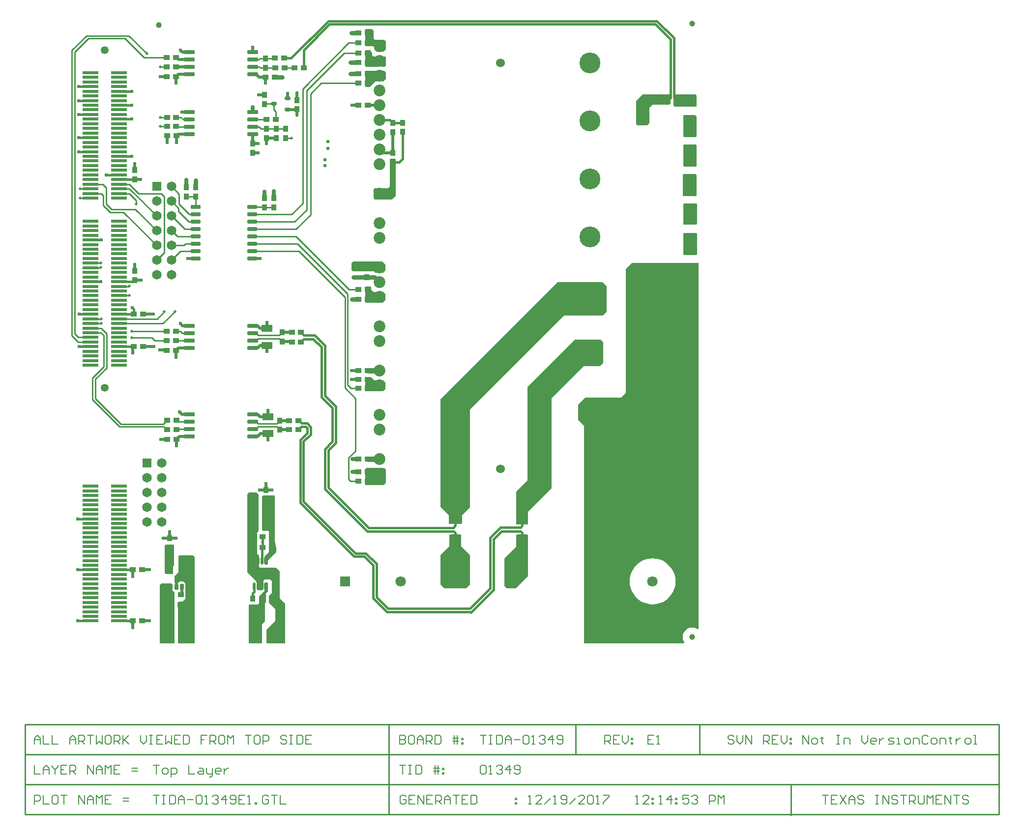
<source format=gtl>
G04 Layer_Physical_Order=1*
G04 Layer_Color=255*
%FSAX25Y25*%
%MOIN*%
G70*
G01*
G75*
%ADD10R,0.07283X0.05118*%
%ADD11R,0.03937X0.03740*%
G04:AMPARAMS|DCode=12|XSize=62.99mil|YSize=78.74mil|CornerRadius=1.89mil|HoleSize=0mil|Usage=FLASHONLY|Rotation=270.000|XOffset=0mil|YOffset=0mil|HoleType=Round|Shape=RoundedRectangle|*
%AMROUNDEDRECTD12*
21,1,0.06299,0.07496,0,0,270.0*
21,1,0.05921,0.07874,0,0,270.0*
1,1,0.00378,-0.03748,-0.02961*
1,1,0.00378,-0.03748,0.02961*
1,1,0.00378,0.03748,0.02961*
1,1,0.00378,0.03748,-0.02961*
%
%ADD12ROUNDEDRECTD12*%
%ADD13R,0.03740X0.03937*%
G04:AMPARAMS|DCode=14|XSize=23.62mil|YSize=39.37mil|CornerRadius=5.91mil|HoleSize=0mil|Usage=FLASHONLY|Rotation=270.000|XOffset=0mil|YOffset=0mil|HoleType=Round|Shape=RoundedRectangle|*
%AMROUNDEDRECTD14*
21,1,0.02362,0.02756,0,0,270.0*
21,1,0.01181,0.03937,0,0,270.0*
1,1,0.01181,-0.01378,-0.00591*
1,1,0.01181,-0.01378,0.00591*
1,1,0.01181,0.01378,0.00591*
1,1,0.01181,0.01378,-0.00591*
%
%ADD14ROUNDEDRECTD14*%
%ADD15R,0.05000X0.06300*%
G04:AMPARAMS|DCode=16|XSize=17.72mil|YSize=53.15mil|CornerRadius=8.86mil|HoleSize=0mil|Usage=FLASHONLY|Rotation=0.000|XOffset=0mil|YOffset=0mil|HoleType=Round|Shape=RoundedRectangle|*
%AMROUNDEDRECTD16*
21,1,0.01772,0.03543,0,0,0.0*
21,1,0.00000,0.05315,0,0,0.0*
1,1,0.01772,0.00000,-0.01772*
1,1,0.01772,0.00000,-0.01772*
1,1,0.01772,0.00000,0.01772*
1,1,0.01772,0.00000,0.01772*
%
%ADD16ROUNDEDRECTD16*%
G04:AMPARAMS|DCode=17|XSize=74.02mil|YSize=77.95mil|CornerRadius=1.85mil|HoleSize=0mil|Usage=FLASHONLY|Rotation=270.000|XOffset=0mil|YOffset=0mil|HoleType=Round|Shape=RoundedRectangle|*
%AMROUNDEDRECTD17*
21,1,0.07402,0.07425,0,0,270.0*
21,1,0.07032,0.07795,0,0,270.0*
1,1,0.00370,-0.03713,-0.03516*
1,1,0.00370,-0.03713,0.03516*
1,1,0.00370,0.03713,0.03516*
1,1,0.00370,0.03713,-0.03516*
%
%ADD17ROUNDEDRECTD17*%
%ADD18R,0.04331X0.09842*%
G04:AMPARAMS|DCode=19|XSize=23.62mil|YSize=39.37mil|CornerRadius=2.01mil|HoleSize=0mil|Usage=FLASHONLY|Rotation=180.000|XOffset=0mil|YOffset=0mil|HoleType=Round|Shape=RoundedRectangle|*
%AMROUNDEDRECTD19*
21,1,0.02362,0.03535,0,0,180.0*
21,1,0.01961,0.03937,0,0,180.0*
1,1,0.00402,-0.00980,0.01768*
1,1,0.00402,0.00980,0.01768*
1,1,0.00402,0.00980,-0.01768*
1,1,0.00402,-0.00980,-0.01768*
%
%ADD19ROUNDEDRECTD19*%
G04:AMPARAMS|DCode=20|XSize=23.62mil|YSize=70.87mil|CornerRadius=2.01mil|HoleSize=0mil|Usage=FLASHONLY|Rotation=270.000|XOffset=0mil|YOffset=0mil|HoleType=Round|Shape=RoundedRectangle|*
%AMROUNDEDRECTD20*
21,1,0.02362,0.06685,0,0,270.0*
21,1,0.01961,0.07087,0,0,270.0*
1,1,0.00402,-0.03342,-0.00980*
1,1,0.00402,-0.03342,0.00980*
1,1,0.00402,0.03342,0.00980*
1,1,0.00402,0.03342,-0.00980*
%
%ADD20ROUNDEDRECTD20*%
G04:AMPARAMS|DCode=21|XSize=23.62mil|YSize=64.96mil|CornerRadius=2.01mil|HoleSize=0mil|Usage=FLASHONLY|Rotation=90.000|XOffset=0mil|YOffset=0mil|HoleType=Round|Shape=RoundedRectangle|*
%AMROUNDEDRECTD21*
21,1,0.02362,0.06094,0,0,90.0*
21,1,0.01961,0.06496,0,0,90.0*
1,1,0.00402,0.03047,0.00980*
1,1,0.00402,0.03047,-0.00980*
1,1,0.00402,-0.03047,-0.00980*
1,1,0.00402,-0.03047,0.00980*
%
%ADD21ROUNDEDRECTD21*%
%ADD22R,0.10724X0.01968*%
%ADD23C,0.03937*%
%ADD24C,0.01000*%
%ADD25C,0.02000*%
%ADD26C,0.01500*%
%ADD27C,0.02500*%
%ADD28C,0.03000*%
%ADD29C,0.01800*%
%ADD30C,0.03500*%
%ADD31C,0.00800*%
%ADD32R,0.07087X0.07087*%
%ADD33C,0.07087*%
G04:AMPARAMS|DCode=34|XSize=79.72mil|YSize=79.72mil|CornerRadius=19.93mil|HoleSize=0mil|Usage=FLASHONLY|Rotation=0.000|XOffset=0mil|YOffset=0mil|HoleType=Round|Shape=RoundedRectangle|*
%AMROUNDEDRECTD34*
21,1,0.07972,0.03986,0,0,0.0*
21,1,0.03986,0.07972,0,0,0.0*
1,1,0.03986,0.01993,-0.01993*
1,1,0.03986,-0.01993,-0.01993*
1,1,0.03986,-0.01993,0.01993*
1,1,0.03986,0.01993,0.01993*
%
%ADD34ROUNDEDRECTD34*%
%ADD35C,0.07972*%
%ADD36C,0.14173*%
%ADD37C,0.06102*%
%ADD38R,0.06102X0.06102*%
%ADD39R,0.06496X0.06496*%
%ADD40C,0.06496*%
%ADD41C,0.00100*%
%ADD42C,0.05307*%
%ADD43C,0.06000*%
%ADD44C,0.01968*%
%ADD45C,0.02400*%
%ADD46C,0.02000*%
G36*
X0431830Y0360369D02*
Y0346169D01*
X0429630Y0343969D01*
X0418469Y0343969D01*
X0396930Y0322430D01*
X0396930Y0261269D01*
X0381130Y0245469D01*
X0381130Y0236969D01*
X0381030Y0236869D01*
X0373130Y0236869D01*
X0372830Y0237169D01*
Y0258969D01*
X0380630Y0266769D01*
X0380630Y0329830D01*
X0412769Y0361969D01*
X0430230D01*
X0431830Y0360369D01*
D02*
G37*
G36*
X0209411Y0256189D02*
Y0225699D01*
X0209568Y0223698D01*
X0210036Y0221747D01*
X0210198Y0221357D01*
Y0217812D01*
X0204700Y0212313D01*
Y0209900D01*
X0204239Y0209439D01*
X0203150D01*
X0202390Y0210327D01*
X0202402Y0210388D01*
Y0213931D01*
X0202264Y0214628D01*
Y0214964D01*
X0205200Y0217900D01*
Y0231900D01*
X0204700Y0232400D01*
X0201200D01*
X0200700Y0232900D01*
Y0255770D01*
X0201330Y0256400D01*
X0209200D01*
X0209411Y0256189D01*
D02*
G37*
G36*
X0141100Y0222700D02*
Y0209000D01*
X0140300Y0208200D01*
Y0203500D01*
X0140000Y0203200D01*
X0135500D01*
X0134800Y0203900D01*
Y0222400D01*
X0135500Y0223100D01*
X0140700D01*
X0141100Y0222700D01*
D02*
G37*
G36*
X0276802Y0334400D02*
X0280262Y0334400D01*
X0280440Y0334382D01*
X0280619Y0334400D01*
X0282700Y0334400D01*
X0284200Y0332900D01*
Y0328400D01*
X0282700Y0326900D01*
X0280893D01*
X0280440Y0326936D01*
X0279987Y0326900D01*
X0270700D01*
X0270519Y0327081D01*
Y0330530D01*
X0270519D01*
Y0336530D01*
X0274672D01*
X0276802Y0334400D01*
D02*
G37*
G36*
X0284700Y0273900D02*
Y0264900D01*
X0283200Y0263400D01*
X0270700D01*
X0270519Y0263581D01*
Y0268030D01*
X0270519D01*
Y0274219D01*
X0271200Y0274900D01*
X0277906D01*
X0277946Y0274879D01*
X0279169Y0274508D01*
X0280440Y0274382D01*
X0281712Y0274508D01*
X0282934Y0274879D01*
X0282975Y0274900D01*
X0283700D01*
X0284700Y0273900D01*
D02*
G37*
G36*
X0434200Y0398400D02*
X0434200Y0380900D01*
X0431700Y0378400D01*
X0405400Y0378400D01*
X0341700Y0314700D01*
X0341700Y0248400D01*
X0336200Y0242900D01*
X0336200Y0239400D01*
Y0237400D01*
X0335700Y0236900D01*
X0327700D01*
X0327200Y0237400D01*
Y0239900D01*
X0327200Y0242900D01*
X0321700Y0248400D01*
X0321700Y0321500D01*
X0401100Y0400900D01*
X0431700Y0400900D01*
X0434200Y0398400D01*
D02*
G37*
G36*
X0381035Y0228900D02*
X0381035Y0221939D01*
X0381035Y0201674D01*
X0372761Y0193400D01*
X0366799Y0193400D01*
X0365030Y0195169D01*
X0365030Y0213855D01*
X0373035Y0221861D01*
X0373035Y0228900D01*
X0374035Y0229900D01*
X0380035D01*
X0381035Y0228900D01*
D02*
G37*
G36*
X0196914Y0258386D02*
X0198200Y0257100D01*
X0198200Y0232400D01*
X0197200Y0231400D01*
Y0216900D01*
X0198695Y0215405D01*
Y0214628D01*
X0198557Y0213931D01*
Y0210388D01*
X0198700Y0209668D01*
Y0207900D01*
X0199200Y0207400D01*
X0210200D01*
X0212700Y0204900D01*
Y0186400D01*
X0216200Y0182900D01*
Y0155949D01*
X0203700D01*
Y0165400D01*
X0209700Y0171400D01*
Y0179400D01*
X0205233Y0183867D01*
X0205239Y0183900D01*
Y0188439D01*
X0207200Y0190400D01*
Y0198487D01*
X0206287Y0199400D01*
X0204397D01*
X0204200Y0199439D01*
X0203123D01*
X0203047Y0199424D01*
X0202970Y0199433D01*
X0202850Y0199400D01*
X0202200D01*
X0201200Y0198400D01*
Y0198291D01*
X0200832Y0197863D01*
X0200771Y0197754D01*
X0200683Y0197666D01*
X0200577Y0197411D01*
X0200441Y0197170D01*
X0200426Y0197046D01*
X0200378Y0196931D01*
Y0196655D01*
X0200345Y0196380D01*
X0200363Y0196314D01*
Y0193069D01*
X0200276Y0192629D01*
X0200200Y0192447D01*
Y0192284D01*
X0199816Y0191900D01*
X0198075D01*
X0197284Y0192868D01*
Y0196412D01*
X0197138Y0197148D01*
X0196721Y0197771D01*
X0196700Y0197785D01*
Y0198400D01*
X0190700Y0204400D01*
X0190700Y0257400D01*
X0191686Y0258386D01*
X0196914Y0258386D01*
D02*
G37*
G36*
X0204700Y0196900D02*
Y0191498D01*
X0203200Y0189998D01*
Y0183900D01*
X0202700Y0183400D01*
Y0170900D01*
X0200700Y0168900D01*
Y0155949D01*
X0191700D01*
Y0181900D01*
X0192200Y0182400D01*
X0197700D01*
X0198700Y0183400D01*
Y0187900D01*
X0202200Y0191400D01*
Y0192049D01*
X0202256Y0192133D01*
X0202402Y0192868D01*
Y0196412D01*
X0202378Y0196533D01*
X0203123Y0197400D01*
X0204200D01*
X0204700Y0196900D01*
D02*
G37*
G36*
X0139100Y0196800D02*
X0139588Y0196312D01*
X0139604Y0196273D01*
X0139646Y0196211D01*
X0139646Y0196211D01*
X0139646Y0196211D01*
X0139663Y0196185D01*
X0139700Y0195999D01*
X0139700Y0192200D01*
X0140825Y0191075D01*
X0140942Y0190958D01*
X0140942Y0190958D01*
X0141200Y0190700D01*
X0141200Y0155949D01*
X0131200D01*
Y0195700D01*
X0132300Y0196800D01*
X0139100Y0196800D01*
D02*
G37*
G36*
X0335720Y0228900D02*
Y0221880D01*
X0341700Y0215900D01*
X0341700Y0195900D01*
X0339200Y0193400D01*
X0324200Y0193400D01*
X0321700Y0195900D01*
Y0215900D01*
X0327720Y0221920D01*
X0327720Y0228900D01*
X0328720Y0229900D01*
X0334720D01*
X0335720Y0228900D01*
D02*
G37*
G36*
X0155000Y0214800D02*
Y0155949D01*
X0143500D01*
Y0183595D01*
X0144405Y0184500D01*
X0146725Y0184500D01*
X0148255Y0186030D01*
X0148518D01*
Y0186293D01*
X0148700Y0186475D01*
X0148700Y0196555D01*
X0147355Y0197900D01*
X0144800Y0197900D01*
X0143700Y0196800D01*
Y0192500D01*
X0143600Y0192400D01*
X0142384D01*
X0141739Y0193045D01*
X0141739Y0195999D01*
X0141700Y0196196D01*
X0141700Y0196397D01*
X0141663Y0196582D01*
X0141586Y0196768D01*
X0141584Y0196780D01*
X0141577Y0196789D01*
X0141563Y0196824D01*
X0141530Y0196991D01*
X0141515Y0197013D01*
X0141509Y0197039D01*
X0141509Y0197039D01*
X0141473Y0197090D01*
X0141472Y0197092D01*
X0141472Y0197092D01*
X0141419Y0197171D01*
X0141359Y0197317D01*
X0141359Y0197318D01*
X0141359Y0197318D01*
X0141358Y0197318D01*
X0141341Y0197343D01*
X0141341Y0197343D01*
X0141341Y0197343D01*
X0141300Y0197405D01*
Y0201600D01*
X0144000Y0204300D01*
Y0215300D01*
X0144400Y0215700D01*
X0154100D01*
X0155000Y0214800D01*
D02*
G37*
G36*
X0496651Y0166050D02*
X0496202Y0165837D01*
X0495651Y0165684D01*
X0494618Y0166236D01*
X0493433Y0166596D01*
X0492200Y0166717D01*
X0490968Y0166596D01*
X0489782Y0166236D01*
X0488690Y0165653D01*
X0487733Y0164867D01*
X0486947Y0163910D01*
X0486364Y0162818D01*
X0486004Y0161633D01*
X0485883Y0160400D01*
X0486004Y0159168D01*
X0486364Y0157982D01*
X0486916Y0156949D01*
X0486763Y0156398D01*
X0486550Y0155949D01*
X0418830D01*
Y0303569D01*
X0414830Y0307569D01*
X0414830Y0317930D01*
X0419469Y0322569D01*
X0443830D01*
X0447330Y0326069D01*
Y0410069D01*
X0451330Y0414069D01*
X0496651D01*
Y0166050D01*
D02*
G37*
G36*
X0495326Y0527774D02*
X0495326Y0520400D01*
X0494826Y0519900D01*
X0480700D01*
X0479700Y0520900D01*
X0479700Y0527400D01*
X0480700Y0528400D01*
X0494700Y0528400D01*
X0495326Y0527774D01*
D02*
G37*
G36*
X0477200Y0528400D02*
X0477700Y0527900D01*
Y0527597D01*
X0477661Y0527400D01*
X0477661Y0522361D01*
X0476700Y0521400D01*
X0465200D01*
X0463200Y0519400D01*
Y0508900D01*
X0461700Y0507400D01*
X0455200D01*
X0454200Y0508400D01*
Y0511400D01*
X0454200Y0523900D01*
X0458700Y0528400D01*
X0477200Y0528400D01*
D02*
G37*
G36*
X0495326Y0513274D02*
Y0499900D01*
X0494826Y0499400D01*
X0486700D01*
X0486200Y0499900D01*
Y0513400D01*
Y0513900D01*
X0486700Y0514400D01*
X0494200D01*
X0495326Y0513274D01*
D02*
G37*
G36*
X0276200Y0571618D02*
Y0566400D01*
X0277200Y0565400D01*
X0283700D01*
X0284700Y0564400D01*
X0284700Y0558900D01*
X0283200Y0557400D01*
X0280619Y0557400D01*
X0280440Y0557418D01*
X0280261Y0557400D01*
X0278200Y0557400D01*
X0276996Y0558604D01*
X0276864Y0558801D01*
X0276855Y0558848D01*
X0276818Y0558937D01*
Y0560770D01*
X0276330D01*
X0276200Y0560900D01*
Y0560900D01*
X0272367Y0560900D01*
X0270700Y0560900D01*
X0270519Y0561081D01*
Y0565530D01*
X0270519D01*
Y0572620D01*
X0275198D01*
X0276200Y0571618D01*
D02*
G37*
G36*
X0274355Y0558351D02*
X0274463Y0557806D01*
X0275016Y0556980D01*
X0275302Y0556693D01*
Y0554900D01*
X0276302Y0553900D01*
X0284200D01*
X0284700Y0553400D01*
Y0547900D01*
X0283846Y0547046D01*
X0282525D01*
X0281712Y0547292D01*
X0280440Y0547418D01*
X0279169Y0547292D01*
X0278355Y0547046D01*
X0270700D01*
X0270519Y0547227D01*
Y0554270D01*
X0270519D01*
Y0557926D01*
X0271019Y0558351D01*
X0274355Y0558351D01*
D02*
G37*
G36*
X0284700Y0543400D02*
Y0538900D01*
X0282771Y0536971D01*
X0281712Y0537292D01*
X0280440Y0537418D01*
X0279169Y0537292D01*
X0277946Y0536922D01*
X0277906Y0536900D01*
X0277200D01*
X0273700Y0533400D01*
X0270700D01*
X0270519Y0533581D01*
Y0538030D01*
X0270519D01*
Y0544219D01*
X0270700Y0544400D01*
X0280261D01*
X0280440Y0544382D01*
X0280619Y0544400D01*
X0283700D01*
X0284700Y0543400D01*
D02*
G37*
G36*
X0495200Y0493900D02*
Y0479900D01*
X0494700Y0479400D01*
X0486700D01*
X0486200Y0479900D01*
Y0493400D01*
Y0493900D01*
X0486700Y0494400D01*
X0494700D01*
X0495200Y0493900D01*
D02*
G37*
G36*
X0495326Y0434400D02*
X0495700Y0434026D01*
X0495700Y0419900D01*
X0495200Y0419400D01*
X0486700D01*
X0486200Y0419900D01*
Y0429400D01*
Y0433900D01*
X0486700Y0434400D01*
X0487200D01*
X0495326Y0434400D01*
D02*
G37*
G36*
X0284200Y0412900D02*
X0284200Y0408900D01*
X0282700Y0407400D01*
X0277700Y0407400D01*
X0276700Y0408400D01*
X0262194D01*
X0261330Y0409069D01*
X0261330Y0414069D01*
X0262160Y0414900D01*
X0279987Y0414900D01*
X0280440Y0414864D01*
X0280893Y0414900D01*
X0282200D01*
X0284200Y0412900D01*
D02*
G37*
G36*
X0274700Y0397400D02*
Y0395900D01*
X0276200Y0394400D01*
X0280261Y0394400D01*
X0280440Y0394382D01*
X0280619Y0394400D01*
X0282700D01*
X0284200Y0392900D01*
Y0388900D01*
X0282200Y0386900D01*
X0280893D01*
X0280440Y0386936D01*
X0279987Y0386900D01*
X0271200Y0386900D01*
X0270519Y0387581D01*
Y0393770D01*
X0270519D01*
Y0397719D01*
X0270700Y0397900D01*
X0274200D01*
X0274700Y0397400D01*
D02*
G37*
G36*
X0495700Y0453900D02*
Y0452400D01*
Y0440774D01*
X0495326Y0440400D01*
X0494826Y0439900D01*
X0486700D01*
X0486200Y0440400D01*
Y0453400D01*
Y0453900D01*
X0486700Y0454400D01*
X0495200D01*
X0495700Y0453900D01*
D02*
G37*
G36*
X0495326Y0473774D02*
Y0459900D01*
X0494826Y0459400D01*
X0486700D01*
X0486074Y0460026D01*
Y0472900D01*
Y0473900D01*
X0486574Y0474400D01*
X0494700D01*
X0495326Y0473774D01*
D02*
G37*
G36*
X0291330Y0484069D02*
Y0459569D01*
X0288830Y0457069D01*
X0277330D01*
X0276330Y0458069D01*
Y0464069D01*
X0276830Y0464569D01*
X0285830D01*
X0287330Y0466069D01*
Y0484439D01*
X0287460Y0484569D01*
X0290830D01*
X0291330Y0484069D01*
D02*
G37*
%LPC*%
G36*
X0465440Y0213696D02*
X0463001Y0213504D01*
X0460622Y0212933D01*
X0458362Y0211997D01*
X0456276Y0210718D01*
X0454415Y0209130D01*
X0452826Y0207269D01*
X0451548Y0205183D01*
X0450612Y0202923D01*
X0450041Y0200544D01*
X0449849Y0198105D01*
X0450041Y0195666D01*
X0450612Y0193287D01*
X0451548Y0191026D01*
X0452826Y0188940D01*
X0454415Y0187080D01*
X0456276Y0185491D01*
X0458362Y0184213D01*
X0460622Y0183276D01*
X0463001Y0182705D01*
X0465440Y0182513D01*
X0467879Y0182705D01*
X0470258Y0183276D01*
X0472518Y0184213D01*
X0474605Y0185491D01*
X0476465Y0187080D01*
X0478054Y0188940D01*
X0479332Y0191026D01*
X0480268Y0193287D01*
X0480840Y0195666D01*
X0481032Y0198105D01*
X0480840Y0200544D01*
X0480268Y0202923D01*
X0479332Y0205183D01*
X0478054Y0207269D01*
X0476465Y0209130D01*
X0474605Y0210718D01*
X0472518Y0211997D01*
X0470258Y0212933D01*
X0467879Y0213504D01*
X0465440Y0213696D01*
D02*
G37*
%LPD*%
G54D10*
X0490700Y0411191D02*
D03*
Y0422609D02*
D03*
Y0431191D02*
D03*
Y0442609D02*
D03*
Y0451191D02*
D03*
Y0462609D02*
D03*
Y0471191D02*
D03*
Y0482609D02*
D03*
Y0491191D02*
D03*
Y0502609D02*
D03*
Y0511191D02*
D03*
Y0522609D02*
D03*
X0203900Y0369609D02*
D03*
Y0358191D02*
D03*
X0204500Y0309709D02*
D03*
Y0298291D02*
D03*
G54D11*
X0475550Y0524900D02*
D03*
X0481850D02*
D03*
X0272350Y0280900D02*
D03*
X0266050D02*
D03*
X0272350Y0340900D02*
D03*
X0266050D02*
D03*
X0272350Y0520900D02*
D03*
X0266050D02*
D03*
Y0535900D02*
D03*
X0272350D02*
D03*
X0272350Y0542400D02*
D03*
X0266050D02*
D03*
X0272350Y0549900D02*
D03*
X0266050D02*
D03*
X0266050Y0556400D02*
D03*
X0272350D02*
D03*
X0266050Y0563400D02*
D03*
X0272350D02*
D03*
X0272350Y0569900D02*
D03*
X0266050D02*
D03*
X0215750Y0552900D02*
D03*
X0209450D02*
D03*
X0215850Y0546500D02*
D03*
X0209550D02*
D03*
X0228850Y0546400D02*
D03*
X0222550D02*
D03*
X0203050Y0540000D02*
D03*
X0209350D02*
D03*
X0209850Y0511400D02*
D03*
X0203550D02*
D03*
X0227100Y0360500D02*
D03*
X0220801D02*
D03*
X0227100Y0367000D02*
D03*
X0220801D02*
D03*
X0225350Y0301050D02*
D03*
X0219050D02*
D03*
X0225350Y0307050D02*
D03*
X0219050D02*
D03*
X0201050Y0228400D02*
D03*
X0207350D02*
D03*
X0201050Y0220900D02*
D03*
X0207350D02*
D03*
X0207350Y0185900D02*
D03*
X0201050D02*
D03*
X0113050Y0171400D02*
D03*
X0119350D02*
D03*
X0145550Y0188900D02*
D03*
X0139250D02*
D03*
X0113050Y0205900D02*
D03*
X0119350D02*
D03*
X0113599Y0357539D02*
D03*
X0119899D02*
D03*
X0113550Y0379400D02*
D03*
X0119850D02*
D03*
X0142450Y0506600D02*
D03*
X0136150D02*
D03*
X0142450Y0512800D02*
D03*
X0136150D02*
D03*
X0266050Y0395900D02*
D03*
X0272350D02*
D03*
X0266050Y0328900D02*
D03*
X0272350D02*
D03*
X0266050Y0265900D02*
D03*
X0272350D02*
D03*
X0142350Y0546900D02*
D03*
X0136050D02*
D03*
X0142350Y0553400D02*
D03*
X0136050D02*
D03*
X0142350Y0361254D02*
D03*
X0136050D02*
D03*
X0142350Y0367754D02*
D03*
X0136050D02*
D03*
X0142480Y0300900D02*
D03*
X0136180D02*
D03*
X0142480Y0307400D02*
D03*
X0136180D02*
D03*
X0272350Y0389400D02*
D03*
X0266050D02*
D03*
X0272350Y0334900D02*
D03*
X0266050D02*
D03*
X0272350Y0272400D02*
D03*
X0266050D02*
D03*
X0142350Y0540400D02*
D03*
X0136050D02*
D03*
X0142350Y0354754D02*
D03*
X0136050D02*
D03*
X0142480Y0294400D02*
D03*
X0136180D02*
D03*
X0136250Y0500300D02*
D03*
X0142550D02*
D03*
X0145450Y0182400D02*
D03*
X0139150D02*
D03*
G54D12*
X0377074Y0240093D02*
D03*
Y0226707D02*
D03*
X0331700Y0240093D02*
D03*
Y0226707D02*
D03*
G54D13*
X0271700Y0404250D02*
D03*
Y0410550D02*
D03*
X0289330Y0488719D02*
D03*
Y0482420D02*
D03*
X0289200Y0502750D02*
D03*
Y0509050D02*
D03*
X0295830Y0502920D02*
D03*
Y0509219D02*
D03*
X0202200Y0521750D02*
D03*
Y0528050D02*
D03*
X0224200Y0524550D02*
D03*
Y0518250D02*
D03*
X0203700Y0498750D02*
D03*
Y0505050D02*
D03*
X0210200Y0505050D02*
D03*
Y0498750D02*
D03*
X0216700Y0498750D02*
D03*
Y0505050D02*
D03*
X0194200Y0488750D02*
D03*
Y0495050D02*
D03*
X0208700Y0451750D02*
D03*
Y0458050D02*
D03*
X0202200Y0451750D02*
D03*
Y0458050D02*
D03*
X0214300Y0360650D02*
D03*
Y0366950D02*
D03*
X0212700Y0300900D02*
D03*
Y0307199D02*
D03*
X0203200Y0253750D02*
D03*
Y0260050D02*
D03*
X0194200Y0186550D02*
D03*
Y0180250D02*
D03*
X0138000Y0221050D02*
D03*
Y0227350D02*
D03*
X0114200Y0402278D02*
D03*
Y0408577D02*
D03*
X0149300Y0465350D02*
D03*
Y0459050D02*
D03*
X0114200Y0470750D02*
D03*
Y0477050D02*
D03*
X0155500Y0459050D02*
D03*
Y0465350D02*
D03*
X0203000Y0552750D02*
D03*
Y0546450D02*
D03*
G54D14*
X0208476Y0521900D02*
D03*
X0217924Y0525640D02*
D03*
Y0518160D02*
D03*
G54D15*
X0195200Y0245900D02*
D03*
X0203200D02*
D03*
X0195200Y0235900D02*
D03*
X0203200D02*
D03*
X0146500Y0174500D02*
D03*
X0138500D02*
D03*
X0138600Y0212500D02*
D03*
X0146600D02*
D03*
G54D16*
X0195361Y0194640D02*
D03*
X0197921D02*
D03*
X0200480D02*
D03*
X0195361Y0212160D02*
D03*
X0197921D02*
D03*
X0200480D02*
D03*
X0203039Y0194640D02*
D03*
Y0212160D02*
D03*
G54D17*
X0199200Y0203400D02*
D03*
G54D18*
X0200204Y0175900D02*
D03*
X0213196D02*
D03*
G54D19*
X0138760Y0194387D02*
D03*
X0142500D02*
D03*
X0146240D02*
D03*
Y0205213D02*
D03*
X0138760D02*
D03*
G54D20*
X0194157Y0541900D02*
D03*
Y0546900D02*
D03*
Y0551900D02*
D03*
Y0556900D02*
D03*
X0151243Y0541900D02*
D03*
Y0546900D02*
D03*
Y0551900D02*
D03*
Y0556900D02*
D03*
X0194157Y0356400D02*
D03*
Y0361400D02*
D03*
Y0366400D02*
D03*
Y0371400D02*
D03*
X0151243Y0356400D02*
D03*
Y0361400D02*
D03*
Y0366400D02*
D03*
Y0371400D02*
D03*
X0194157Y0296400D02*
D03*
Y0301400D02*
D03*
Y0306400D02*
D03*
Y0311400D02*
D03*
X0151243Y0296400D02*
D03*
Y0301400D02*
D03*
Y0306400D02*
D03*
Y0311400D02*
D03*
X0194157Y0501400D02*
D03*
Y0506400D02*
D03*
Y0511400D02*
D03*
Y0516400D02*
D03*
X0151243Y0501400D02*
D03*
Y0506400D02*
D03*
Y0511400D02*
D03*
Y0516400D02*
D03*
G54D21*
X0193893Y0416900D02*
D03*
Y0421900D02*
D03*
Y0426900D02*
D03*
Y0431900D02*
D03*
Y0436900D02*
D03*
Y0441900D02*
D03*
Y0446900D02*
D03*
Y0451900D02*
D03*
X0155507Y0416900D02*
D03*
Y0421900D02*
D03*
Y0426900D02*
D03*
Y0431900D02*
D03*
Y0436900D02*
D03*
Y0441900D02*
D03*
Y0446900D02*
D03*
Y0451900D02*
D03*
G54D22*
X0084276Y0262602D02*
D03*
Y0259452D02*
D03*
Y0256303D02*
D03*
Y0253153D02*
D03*
Y0250004D02*
D03*
Y0246854D02*
D03*
Y0243704D02*
D03*
Y0240555D02*
D03*
Y0237405D02*
D03*
Y0234256D02*
D03*
Y0231106D02*
D03*
Y0227956D02*
D03*
Y0224807D02*
D03*
Y0221657D02*
D03*
Y0218507D02*
D03*
Y0215358D02*
D03*
Y0212208D02*
D03*
Y0209059D02*
D03*
Y0205909D02*
D03*
Y0202759D02*
D03*
Y0199610D02*
D03*
Y0196460D02*
D03*
Y0193311D02*
D03*
Y0190161D02*
D03*
Y0187011D02*
D03*
Y0183862D02*
D03*
Y0180712D02*
D03*
Y0177563D02*
D03*
Y0174413D02*
D03*
Y0171263D02*
D03*
X0103662Y0262602D02*
D03*
Y0259452D02*
D03*
Y0256303D02*
D03*
Y0253153D02*
D03*
Y0250004D02*
D03*
Y0246854D02*
D03*
Y0243704D02*
D03*
Y0240555D02*
D03*
Y0237405D02*
D03*
Y0234256D02*
D03*
Y0231106D02*
D03*
Y0227956D02*
D03*
Y0224807D02*
D03*
Y0221657D02*
D03*
Y0218507D02*
D03*
Y0215358D02*
D03*
Y0212208D02*
D03*
Y0209059D02*
D03*
Y0205909D02*
D03*
Y0202759D02*
D03*
Y0199610D02*
D03*
Y0196460D02*
D03*
Y0193311D02*
D03*
Y0190161D02*
D03*
Y0187011D02*
D03*
Y0183862D02*
D03*
Y0180712D02*
D03*
Y0177563D02*
D03*
Y0174413D02*
D03*
Y0171263D02*
D03*
X0103662Y0344671D02*
D03*
X0084276D02*
D03*
X0103662Y0347820D02*
D03*
X0084276D02*
D03*
X0103662Y0350970D02*
D03*
X0084276D02*
D03*
X0103662Y0354119D02*
D03*
X0084276D02*
D03*
X0103662Y0357269D02*
D03*
X0084276D02*
D03*
X0103662Y0360419D02*
D03*
X0084276D02*
D03*
X0103662Y0363568D02*
D03*
X0084276D02*
D03*
X0103662Y0366718D02*
D03*
X0084276D02*
D03*
X0103662Y0369867D02*
D03*
X0084276D02*
D03*
X0103662Y0373017D02*
D03*
X0084276D02*
D03*
X0103662Y0376167D02*
D03*
X0084276D02*
D03*
X0103662Y0379316D02*
D03*
X0084276D02*
D03*
X0103662Y0382466D02*
D03*
X0084276D02*
D03*
X0103662Y0385615D02*
D03*
X0084276D02*
D03*
X0103662Y0388765D02*
D03*
X0084276D02*
D03*
X0103662Y0391915D02*
D03*
X0084276D02*
D03*
X0103662Y0395064D02*
D03*
X0084276D02*
D03*
X0103662Y0398214D02*
D03*
X0084276D02*
D03*
X0103662Y0401364D02*
D03*
X0084276D02*
D03*
X0103662Y0404513D02*
D03*
X0084276D02*
D03*
X0103662Y0407663D02*
D03*
X0084276D02*
D03*
X0103662Y0410812D02*
D03*
X0084276D02*
D03*
X0103662Y0413962D02*
D03*
X0084276D02*
D03*
X0103662Y0417112D02*
D03*
X0084276D02*
D03*
X0103662Y0420261D02*
D03*
X0084276D02*
D03*
X0103662Y0423411D02*
D03*
X0084276D02*
D03*
X0103662Y0426560D02*
D03*
X0084276D02*
D03*
X0103662Y0429710D02*
D03*
X0084276D02*
D03*
X0103662Y0432860D02*
D03*
X0084276D02*
D03*
X0103662Y0436009D02*
D03*
X0084276D02*
D03*
X0103662Y0439159D02*
D03*
X0084276D02*
D03*
X0103662Y0442308D02*
D03*
X0084276D02*
D03*
X0103662Y0458056D02*
D03*
X0084276D02*
D03*
X0103662Y0461206D02*
D03*
X0084276D02*
D03*
X0103662Y0464356D02*
D03*
X0084276D02*
D03*
X0103662Y0467505D02*
D03*
X0084276D02*
D03*
X0103662Y0470655D02*
D03*
X0084276D02*
D03*
X0103662Y0473805D02*
D03*
X0084276D02*
D03*
X0103662Y0476954D02*
D03*
X0084276D02*
D03*
X0103662Y0480104D02*
D03*
X0084276D02*
D03*
X0103662Y0483253D02*
D03*
X0084276D02*
D03*
X0103662Y0486403D02*
D03*
X0084276D02*
D03*
X0103662Y0489552D02*
D03*
X0084276D02*
D03*
X0103662Y0492702D02*
D03*
X0084276D02*
D03*
X0103662Y0495852D02*
D03*
X0084276D02*
D03*
X0103662Y0499001D02*
D03*
X0084276D02*
D03*
X0103662Y0502151D02*
D03*
X0084276D02*
D03*
X0103662Y0505301D02*
D03*
X0084276D02*
D03*
X0103662Y0508450D02*
D03*
X0084276D02*
D03*
X0103662Y0511600D02*
D03*
X0084276D02*
D03*
X0103662Y0514749D02*
D03*
X0084276D02*
D03*
X0103662Y0517899D02*
D03*
X0084276D02*
D03*
X0103662Y0521049D02*
D03*
X0084276D02*
D03*
X0103662Y0524198D02*
D03*
X0084276D02*
D03*
X0103662Y0527348D02*
D03*
X0084276Y0527348D02*
D03*
X0103662Y0530497D02*
D03*
X0084276D02*
D03*
X0103662Y0533647D02*
D03*
X0084276Y0533647D02*
D03*
X0103662Y0536797D02*
D03*
X0084276D02*
D03*
X0103662Y0539946D02*
D03*
X0084276D02*
D03*
X0103662Y0543096D02*
D03*
X0084276D02*
D03*
G54D23*
X0130769Y0575300D02*
D03*
X0492200Y0576400D02*
D03*
Y0160400D02*
D03*
G54D24*
X0230900Y0530900D02*
X0256400Y0556400D01*
X0230900Y0450100D02*
Y0530900D01*
X0222700Y0441900D02*
X0230900Y0450100D01*
X0256400Y0556400D02*
X0266050D01*
X0259400Y0563400D02*
X0266050D01*
X0228200Y0532200D02*
X0259400Y0563400D01*
X0228200Y0454400D02*
Y0532200D01*
X0233500Y0528700D02*
X0240700Y0535900D01*
X0233500Y0446700D02*
Y0528700D01*
X0223700Y0436900D02*
X0233500Y0446700D01*
X0105000Y0304800D02*
X0133580D01*
X0087700Y0322100D02*
X0105000Y0304800D01*
X0087700Y0322100D02*
Y0335372D01*
X0085700Y0321300D02*
X0103987Y0303013D01*
X0134068D01*
X0085700Y0321300D02*
Y0335900D01*
X0134068Y0303013D02*
X0136180Y0300900D01*
X0133580Y0304800D02*
X0136180Y0307400D01*
X0093413Y0343613D02*
Y0364787D01*
X0091482Y0366718D02*
X0093413Y0364787D01*
X0087276Y0366718D02*
X0091482D01*
X0095200Y0342872D02*
Y0366200D01*
X0091532Y0369867D02*
X0095200Y0366200D01*
X0087276Y0369867D02*
X0091532D01*
X0128046Y0361254D02*
X0136050D01*
X0126000Y0363300D02*
X0128046Y0361254D01*
X0112300Y0363300D02*
X0126000D01*
X0076032Y0363568D02*
X0087276D01*
X0073487Y0366113D02*
X0076032Y0363568D01*
X0073487Y0366113D02*
Y0556987D01*
X0075881Y0360419D02*
X0087276D01*
X0071700Y0364600D02*
X0075881Y0360419D01*
X0071700Y0364600D02*
Y0558300D01*
X0151100Y0441900D02*
X0155507D01*
X0144000Y0449000D02*
X0151100Y0441900D01*
X0144000Y0449000D02*
Y0451100D01*
X0151400Y0446900D02*
X0155507D01*
X0144300Y0454000D02*
X0151400Y0446900D01*
X0144300Y0454000D02*
Y0460800D01*
X0139200Y0455900D02*
X0144000Y0451100D01*
X0115330Y0454069D02*
Y0456370D01*
X0110494Y0461206D02*
X0115330Y0456370D01*
X0100662Y0461206D02*
X0110494D01*
X0117100Y0460900D02*
X0132200D01*
X0110495Y0467505D02*
X0117100Y0460900D01*
X0100662Y0467505D02*
X0110495D01*
X0114700Y0450400D02*
X0129200Y0435900D01*
X0098600Y0450400D02*
X0114700D01*
X0106800Y0448300D02*
X0129200Y0425900D01*
X0097800Y0448300D02*
X0106800D01*
X0094900Y0454100D02*
X0098600Y0450400D01*
X0094900Y0454100D02*
Y0465200D01*
X0093100Y0453000D02*
X0097800Y0448300D01*
X0093100Y0453000D02*
Y0459600D01*
X0092595Y0467505D02*
X0094900Y0465200D01*
X0091494Y0461206D02*
X0093100Y0459600D01*
X0087276Y0461206D02*
X0091494D01*
X0082900Y0566400D02*
X0107700D01*
X0073487Y0556987D02*
X0082900Y0566400D01*
X0081587Y0568187D02*
X0110413D01*
X0071700Y0558300D02*
X0081587Y0568187D01*
X0120700Y0553400D02*
X0136050D01*
X0107700Y0566400D02*
X0120700Y0553400D01*
X0110413Y0568187D02*
X0122700Y0555900D01*
X0210700Y0302900D02*
X0212700Y0300900D01*
X0198100Y0302900D02*
X0210700D01*
X0196600Y0301400D02*
X0198100Y0302900D01*
X0210601Y0305100D02*
X0212700Y0307199D01*
X0197900Y0305100D02*
X0210601D01*
X0196600Y0306400D02*
X0197900Y0305100D01*
X0215850Y0546500D02*
X0222450D01*
X0220700Y0446900D02*
X0228200Y0454400D01*
X0193893Y0446900D02*
X0220700D01*
X0193893Y0441900D02*
X0222700D01*
X0193893Y0436900D02*
X0223700D01*
X0193893Y0426900D02*
X0224700D01*
X0259700Y0395900D02*
X0266050D01*
X0223700Y0431900D02*
X0259700Y0395900D01*
X0193893Y0431900D02*
X0223700D01*
X0240700Y0535900D02*
X0266050D01*
X0224110Y0518160D02*
X0224200Y0518250D01*
X0202200Y0521750D02*
X0202350Y0521900D01*
X0208476D01*
Y0518124D02*
Y0521900D01*
Y0518124D02*
X0209850Y0516750D01*
Y0511400D02*
Y0516750D01*
X0194157Y0511400D02*
X0203550D01*
X0216700Y0498750D02*
X0220550D01*
X0210200Y0505050D02*
X0216700D01*
X0210200Y0505050D02*
X0210200Y0505050D01*
X0203700Y0505050D02*
X0210200D01*
X0200050D02*
X0203700D01*
X0198700Y0506400D02*
X0200050Y0505050D01*
X0194157Y0506400D02*
X0198700D01*
X0142450Y0506600D02*
X0142650Y0506400D01*
X0151243D01*
X0142450Y0512800D02*
X0145800D01*
X0147200Y0511400D01*
X0151243D01*
X0131800Y0506600D02*
X0136150D01*
X0131800Y0512800D02*
X0136150D01*
X0202200Y0451750D02*
X0208700D01*
X0202050Y0451900D02*
X0202200Y0451750D01*
X0193893Y0451900D02*
X0202050D01*
X0149300Y0459050D02*
X0155500D01*
X0155507Y0459043D01*
Y0451900D02*
Y0459043D01*
X0139200Y0465900D02*
X0144300Y0460800D01*
X0203000Y0546450D02*
X0209501D01*
X0203000Y0552750D02*
X0209300D01*
X0199350Y0546450D02*
X0203000D01*
X0198900Y0546900D02*
X0199350Y0546450D01*
X0194157Y0546900D02*
X0198900D01*
X0199250Y0552750D02*
X0203000D01*
X0198400Y0551900D02*
X0199250Y0552750D01*
X0194157Y0551900D02*
X0198400D01*
X0100662Y0373017D02*
X0133417D01*
X0141600Y0381200D01*
X0129567Y0376167D02*
X0134300Y0380900D01*
X0100662Y0376167D02*
X0129567D01*
X0193893Y0421900D02*
X0225699D01*
X0261099Y0328900D02*
X0266050D01*
X0131700Y0546900D02*
X0136050D01*
X0087276Y0376167D02*
X0091667D01*
X0087393Y0372900D02*
X0091700D01*
X0087276Y0373017D02*
X0087393Y0372900D01*
X0087700Y0335372D02*
X0095200Y0342872D01*
X0085700Y0335900D02*
X0093413Y0343613D01*
X0148200Y0436900D02*
X0155507D01*
X0139200Y0445900D02*
X0148200Y0436900D01*
X0143200Y0431900D02*
X0155507D01*
X0139200Y0435900D02*
X0143200Y0431900D01*
X0148700Y0426900D02*
X0155507D01*
X0147700Y0425900D02*
X0148700Y0426900D01*
X0139200Y0425900D02*
X0147700D01*
X0145200Y0421900D02*
X0155507D01*
X0139200Y0415900D02*
X0145200Y0421900D01*
X0132200Y0460900D02*
X0134200Y0458900D01*
Y0420900D02*
Y0458900D01*
X0129200Y0415900D02*
X0134200Y0420900D01*
X0077356Y0458056D02*
X0087276D01*
X0077244Y0464356D02*
X0087276D01*
Y0467505D02*
X0092595D01*
X0100662Y0464356D02*
X0110744D01*
X0129200Y0445900D01*
X0143480Y0306400D02*
X0151243D01*
X0142480Y0307400D02*
X0143480Y0306400D01*
X0142980Y0301400D02*
X0151243D01*
X0142480Y0300900D02*
X0142980Y0301400D01*
X0142495Y0361400D02*
X0151243D01*
X0142350Y0361254D02*
X0142495Y0361400D01*
X0142350Y0367754D02*
X0145346D01*
X0146700Y0366400D01*
X0151243D01*
X0100662Y0467505D02*
X0100767Y0467400D01*
X0087276Y0369867D02*
X0087343Y0369800D01*
X0112346Y0367754D02*
X0136050D01*
X0087276Y0413962D02*
X0091137D01*
X0091198Y0413900D01*
X0087276Y0410812D02*
X0090611D01*
X0090698Y0410900D01*
X0091200D01*
X0100662Y0391915D02*
X0110684D01*
X0110698Y0391900D01*
X0100662Y0398214D02*
X0110512D01*
X0110698Y0398400D01*
X0212350Y0365000D02*
X0214300Y0366950D01*
X0212350Y0362600D02*
X0214300Y0360650D01*
X0194157Y0361400D02*
X0196700D01*
X0197900Y0362600D01*
X0212350D01*
X0194157Y0366400D02*
X0196700D01*
X0198100Y0365000D01*
X0212350D01*
X0258625Y0331374D02*
X0261099Y0328900D01*
X0258625Y0331374D02*
Y0392975D01*
X0194157Y0306400D02*
X0196600D01*
X0194157Y0301400D02*
X0196600D01*
X0224700Y0426900D02*
X0258625Y0392975D01*
X0225699Y0421900D02*
X0256837Y0390762D01*
Y0329263D02*
X0263954Y0322146D01*
X0256837Y0329263D02*
Y0390762D01*
X0259400Y0281927D02*
X0263954Y0286481D01*
Y0322146D01*
X0260800Y0265900D02*
X0266050D01*
X0259400Y0267300D02*
X0260800Y0265900D01*
X0259400Y0267300D02*
Y0281927D01*
X0559400Y0039400D02*
Y0059683D01*
X0440500Y0040050D02*
X0700200D01*
Y0101050D01*
X0286500Y0040050D02*
Y0101050D01*
X0040000Y0040050D02*
Y0101050D01*
X0040050Y0040050D02*
X0197600D01*
X0040050D02*
Y0101050D01*
Y0101050D02*
X0700200D01*
X0040000Y0040050D02*
X0440500D01*
X0040000Y0060383D02*
X0700000D01*
X0040000Y0080717D02*
X0700200D01*
X0413200D02*
Y0101050D01*
X0497200Y0080717D02*
Y0101050D01*
G54D25*
X0203200Y0260050D02*
X0207350D01*
X0203200Y0260343D02*
Y0264493D01*
X0199050Y0260050D02*
X0203200D01*
X0194157Y0556900D02*
Y0560357D01*
X0261700Y0520900D02*
X0266050D01*
X0272350D02*
X0280440D01*
X0198350Y0528050D02*
X0202200D01*
X0203050Y0536050D02*
Y0540000D01*
X0203700Y0498750D02*
X0203700Y0498750D01*
X0210200D01*
X0224200Y0524550D02*
Y0529400D01*
Y0513900D02*
Y0518250D01*
X0217924Y0518160D02*
X0224110D01*
X0217924Y0525640D02*
Y0529124D01*
X0203700Y0494900D02*
Y0498750D01*
X0194200Y0488750D02*
X0198050D01*
X0194157Y0494093D02*
Y0501400D01*
X0194200Y0495050D02*
X0198050D01*
X0143650Y0501400D02*
X0151243D01*
X0142550Y0500300D02*
X0143650Y0501400D01*
X0142550Y0495750D02*
Y0500300D01*
X0136250Y0495750D02*
Y0500300D01*
X0146200Y0516400D02*
X0151243D01*
X0146240Y0189591D02*
Y0194387D01*
X0145550Y0188900D02*
X0146240Y0189591D01*
X0142500Y0201473D02*
X0146240Y0205213D01*
X0142500Y0194387D02*
Y0201473D01*
X0198500Y0540000D02*
X0203050D01*
X0196600Y0541900D02*
X0198500Y0540000D01*
X0194157Y0541900D02*
X0196600D01*
X0212700Y0300900D02*
X0218901D01*
X0212700Y0307199D02*
X0218901D01*
X0132100Y0294300D02*
X0136080D01*
X0136180Y0294400D01*
X0131200Y0354900D02*
X0135905D01*
X0119850Y0379400D02*
X0127100D01*
X0119937Y0357500D02*
X0127400D01*
X0119899Y0357539D02*
X0119937Y0357500D01*
X0112830Y0353069D02*
Y0356769D01*
X0113330Y0357269D01*
X0193893Y0416900D02*
X0199200D01*
X0282621Y0488719D02*
X0289330D01*
X0280440Y0490900D02*
X0282621Y0488719D01*
X0289200Y0502750D02*
X0289330Y0502621D01*
Y0488719D02*
Y0502621D01*
X0114200Y0470750D02*
X0118149D01*
X0113050Y0166790D02*
Y0171400D01*
Y0201290D02*
Y0205900D01*
X0113330Y0357269D02*
X0113599Y0357539D01*
X0114200Y0402278D02*
X0118621D01*
X0136180Y0294400D02*
X0136200Y0294380D01*
X0135905Y0354900D02*
X0136050Y0354754D01*
X0142480Y0290179D02*
Y0294400D01*
X0131700Y0540400D02*
X0136050D01*
X0145200Y0558400D02*
X0146700Y0556900D01*
X0151243D01*
X0142350Y0553400D02*
X0143850Y0551900D01*
X0151243D01*
X0142350Y0546900D02*
X0151243D01*
X0142350Y0536050D02*
Y0540400D01*
X0143850Y0541900D01*
X0151243D01*
X0145200Y0372900D02*
X0146700Y0371400D01*
X0151243D01*
X0144480Y0296400D02*
X0151243D01*
X0142480Y0294400D02*
X0144480Y0296400D01*
X0146200Y0311400D02*
X0151243D01*
X0144700Y0312900D02*
X0146200Y0311400D01*
X0143995Y0356400D02*
X0151243D01*
X0142350Y0354754D02*
X0143995Y0356400D01*
X0142350Y0350050D02*
Y0354754D01*
X0261200Y0334900D02*
X0266050D01*
X0261200Y0340900D02*
X0266050D01*
X0193893Y0416900D02*
X0193900Y0416893D01*
X0150200Y0416900D02*
X0155507D01*
X0114104Y0470655D02*
X0114200Y0470750D01*
Y0477050D02*
Y0481400D01*
X0113285Y0401364D02*
X0114200Y0402278D01*
Y0408577D02*
Y0412900D01*
X0119350Y0205900D02*
X0124200D01*
X0112914Y0171263D02*
X0113050Y0171400D01*
X0119350D02*
X0124200D01*
X0214300Y0360650D02*
X0220650D01*
X0214300Y0366950D02*
X0220750D01*
X0204500Y0309709D02*
Y0313900D01*
X0204500Y0294100D02*
Y0298291D01*
X0194157Y0296400D02*
X0197700D01*
X0199591Y0298291D01*
X0204500D01*
X0194157Y0311400D02*
X0197500D01*
X0199191Y0309709D01*
X0204500D01*
X0194157Y0371400D02*
X0197542D01*
X0199333Y0369609D01*
X0203900D01*
X0194157Y0356400D02*
X0197542D01*
X0199333Y0358191D01*
X0203900D01*
X0203900Y0354000D02*
Y0358191D01*
Y0369609D02*
Y0373800D01*
X0138000Y0227350D02*
Y0231699D01*
Y0227350D02*
X0142350D01*
X0133650D02*
X0138000D01*
G54D26*
X0201050Y0224650D02*
Y0228400D01*
Y0220900D02*
Y0224650D01*
X0207350Y0228400D02*
X0207350Y0228400D01*
Y0220900D02*
Y0228400D01*
X0201050Y0228400D02*
X0201050Y0228400D01*
X0207350Y0218050D02*
Y0220900D01*
X0203039Y0213739D02*
X0207350Y0218050D01*
X0203039Y0212160D02*
Y0213739D01*
X0200480Y0220329D02*
X0201050Y0220900D01*
X0200480Y0212160D02*
Y0220329D01*
Y0194640D02*
Y0202120D01*
X0197921Y0194640D02*
Y0202120D01*
X0199200Y0203400D01*
X0200480Y0202120D01*
X0195361Y0191061D02*
Y0194640D01*
X0194200Y0189900D02*
X0195361Y0191061D01*
X0194200Y0186550D02*
Y0189900D01*
X0201050Y0185900D02*
Y0189250D01*
X0203039Y0191239D01*
Y0194640D01*
X0245487Y0578187D02*
X0468413D01*
X0220200Y0552900D02*
X0245487Y0578187D01*
X0467465Y0575900D02*
X0477718Y0565648D01*
X0246435Y0575900D02*
X0467465D01*
X0228850Y0558315D02*
X0246435Y0575900D01*
X0228850Y0546400D02*
Y0558315D01*
X0477718Y0526113D02*
Y0565648D01*
X0215750Y0552900D02*
X0220200D01*
X0468413Y0578187D02*
X0480005Y0566595D01*
Y0526400D02*
Y0566595D01*
X0476505Y0524900D02*
X0477718Y0526113D01*
X0480005Y0526400D02*
X0481505Y0524900D01*
X0225350Y0301050D02*
X0227350Y0303050D01*
X0295660Y0509050D02*
X0295830Y0509219D01*
X0289200Y0509050D02*
X0295660D01*
X0287350Y0510900D02*
X0289200Y0509050D01*
X0280440Y0510900D02*
X0287350D01*
X0289330Y0482420D02*
X0293680D01*
X0295830Y0484569D01*
Y0502920D01*
X0227100Y0360500D02*
X0229100Y0362500D01*
X0227100Y0367000D02*
X0229100Y0365000D01*
X0362950Y0232150D02*
X0375824D01*
X0362215Y0234650D02*
X0375824D01*
Y0232150D02*
X0377074Y0230900D01*
Y0235900D02*
Y0240093D01*
X0375824Y0234650D02*
X0377074Y0235900D01*
Y0226707D02*
Y0230900D01*
X0331700Y0226707D02*
Y0230900D01*
X0330487Y0232113D02*
X0331700Y0230900D01*
X0330200Y0234400D02*
X0331700Y0235900D01*
Y0240093D01*
X0341564Y0179600D02*
X0355200Y0193236D01*
Y0227635D01*
X0362215Y0234650D01*
X0342299Y0177100D02*
X0357487Y0192288D01*
Y0226687D01*
X0362950Y0232150D01*
X0229100Y0365000D02*
X0236200D01*
X0229100Y0362500D02*
X0235465D01*
X0236200Y0365000D02*
X0243200Y0358000D01*
X0235465Y0362500D02*
X0240913Y0357052D01*
X0243200Y0324162D02*
Y0358000D01*
Y0324162D02*
X0250704Y0316658D01*
X0240913Y0323214D02*
Y0357052D01*
Y0323214D02*
X0248416Y0315710D01*
X0227350Y0303050D02*
X0230250D01*
X0225350Y0307550D02*
X0227562Y0305337D01*
X0231198D01*
X0233687Y0302848D01*
Y0297887D02*
Y0302848D01*
X0231400Y0298835D02*
Y0301900D01*
X0230250Y0303050D02*
X0231400Y0301900D01*
X0250704Y0291969D02*
Y0316658D01*
X0243375Y0287875D02*
X0248416Y0292916D01*
Y0315710D01*
X0245663Y0286928D02*
X0250704Y0291969D01*
X0228800Y0293000D02*
X0233687Y0297887D01*
X0226513Y0293948D02*
X0231400Y0298835D01*
X0243375Y0260625D02*
Y0287875D01*
Y0260625D02*
X0271887Y0232113D01*
X0330487D01*
X0245663Y0261572D02*
Y0286928D01*
Y0261572D02*
X0272835Y0234400D01*
X0330200D01*
X0286100Y0179600D02*
X0341564D01*
X0278186Y0187514D02*
X0286100Y0179600D01*
X0342087Y0177313D02*
X0342299Y0177100D01*
X0285153Y0177313D02*
X0342087D01*
X0275899Y0186566D02*
X0285153Y0177313D01*
X0226513Y0251287D02*
Y0293948D01*
X0228800Y0252235D02*
Y0293000D01*
Y0252235D02*
X0263847Y0217187D01*
X0226513Y0251287D02*
X0262900Y0214900D01*
X0275899Y0186566D02*
Y0209066D01*
X0270065Y0214900D02*
X0275899Y0209066D01*
X0262900Y0214900D02*
X0270065D01*
X0278186Y0187514D02*
Y0210014D01*
X0263847Y0217187D02*
X0271013D01*
X0278186Y0210014D01*
G54D27*
X0194157Y0516400D02*
Y0519857D01*
X0208700Y0458343D02*
Y0462693D01*
X0202200Y0458050D02*
Y0462400D01*
X0149300Y0465350D02*
Y0470300D01*
X0262000Y0280900D02*
X0266050D01*
X0262000Y0272400D02*
X0266050D01*
G54D28*
X0155500Y0465350D02*
Y0470200D01*
X0209350Y0540000D02*
X0214200D01*
X0262511Y0404250D02*
X0271700D01*
X0277090D01*
X0280440Y0400900D01*
X0261200Y0569900D02*
X0266050D01*
X0260700Y0549900D02*
X0266050D01*
X0260700Y0542400D02*
X0266050D01*
X0261700Y0389400D02*
X0266050D01*
G54D29*
X0112600Y0383600D02*
X0113550Y0382650D01*
Y0379400D02*
Y0382650D01*
X0113467Y0379316D02*
X0113550Y0379400D01*
X0100662Y0379316D02*
X0113467D01*
X0087276Y0429710D02*
X0091490D01*
X0091500Y0429700D01*
X0091364Y0401364D02*
X0091400Y0401400D01*
X0087276Y0401364D02*
X0091364D01*
X0076700Y0379316D02*
X0087276D01*
X0076530Y0357269D02*
X0087276D01*
X0095095Y0473805D02*
X0100662D01*
X0075734Y0240555D02*
X0087276D01*
X0075734Y0205909D02*
X0087276D01*
X0075734Y0171263D02*
X0087276D01*
X0100662Y0530497D02*
X0112203D01*
X0100662Y0521049D02*
X0112203D01*
X0100662Y0511600D02*
X0112203D01*
X0100662Y0486403D02*
X0112203D01*
X0076400Y0533647D02*
X0087276D01*
X0076400Y0524198D02*
X0087276D01*
X0076400Y0514749D02*
X0087276D01*
X0076400Y0499001D02*
X0087276D01*
X0076400Y0489552D02*
X0087276D01*
X0100662Y0470655D02*
X0114104D01*
X0100662Y0401364D02*
X0113285D01*
X0100662Y0357269D02*
X0113330D01*
X0100671Y0205900D02*
X0113050D01*
X0100662Y0171263D02*
X0112914D01*
G54D30*
X0272350Y0280900D02*
X0280440D01*
X0272350Y0340900D02*
X0280440D01*
G54D31*
X0126900Y0073549D02*
X0130899D01*
X0128899D01*
Y0067551D01*
X0133898D02*
X0135897D01*
X0136897Y0068550D01*
Y0070550D01*
X0135897Y0071549D01*
X0133898D01*
X0132898Y0070550D01*
Y0068550D01*
X0133898Y0067551D01*
X0138896Y0065551D02*
Y0071549D01*
X0141895D01*
X0142895Y0070550D01*
Y0068550D01*
X0141895Y0067551D01*
X0138896D01*
X0150892Y0073549D02*
Y0067551D01*
X0154891D01*
X0157890Y0071549D02*
X0159889D01*
X0160889Y0070550D01*
Y0067551D01*
X0157890D01*
X0156890Y0068550D01*
X0157890Y0069550D01*
X0160889D01*
X0162888Y0071549D02*
Y0068550D01*
X0163888Y0067551D01*
X0166887D01*
Y0066551D01*
X0165887Y0065551D01*
X0164888D01*
X0166887Y0067551D02*
Y0071549D01*
X0171885Y0067551D02*
X0169886D01*
X0168886Y0068550D01*
Y0070550D01*
X0169886Y0071549D01*
X0171885D01*
X0172885Y0070550D01*
Y0069550D01*
X0168886D01*
X0174884Y0071549D02*
Y0067551D01*
Y0069550D01*
X0175884Y0070550D01*
X0176884Y0071549D01*
X0177884D01*
X0348550Y0072498D02*
X0349550Y0073498D01*
X0351549D01*
X0352549Y0072498D01*
Y0068500D01*
X0351549Y0067500D01*
X0349550D01*
X0348550Y0068500D01*
Y0072498D01*
X0354548Y0067500D02*
X0356547D01*
X0355548D01*
Y0073498D01*
X0354548Y0072498D01*
X0359546D02*
X0360546Y0073498D01*
X0362545D01*
X0363545Y0072498D01*
Y0071499D01*
X0362545Y0070499D01*
X0361546D01*
X0362545D01*
X0363545Y0069499D01*
Y0068500D01*
X0362545Y0067500D01*
X0360546D01*
X0359546Y0068500D01*
X0368544Y0067500D02*
Y0073498D01*
X0365545Y0070499D01*
X0369543D01*
X0371543Y0068500D02*
X0372542Y0067500D01*
X0374542D01*
X0375541Y0068500D01*
Y0072498D01*
X0374542Y0073498D01*
X0372542D01*
X0371543Y0072498D01*
Y0071499D01*
X0372542Y0070499D01*
X0375541D01*
X0294000Y0073498D02*
X0297999D01*
X0295999D01*
Y0067500D01*
X0299998Y0073498D02*
X0301997D01*
X0300998D01*
Y0067500D01*
X0299998D01*
X0301997D01*
X0304996Y0073498D02*
Y0067500D01*
X0307996D01*
X0308995Y0068500D01*
Y0072498D01*
X0307996Y0073498D01*
X0304996D01*
X0317992Y0067500D02*
Y0073498D01*
X0319992D02*
Y0067500D01*
X0316993Y0071499D02*
X0319992D01*
X0320991D01*
X0316993Y0069499D02*
X0320991D01*
X0322991Y0071499D02*
X0323990D01*
Y0070499D01*
X0322991D01*
Y0071499D01*
Y0068500D02*
X0323990D01*
Y0067500D01*
X0322991D01*
Y0068500D01*
X0580500Y0052965D02*
X0584499D01*
X0582499D01*
Y0046966D01*
X0590497Y0052965D02*
X0586498D01*
Y0046966D01*
X0590497D01*
X0586498Y0049966D02*
X0588497D01*
X0592496Y0052965D02*
X0596495Y0046966D01*
Y0052965D02*
X0592496Y0046966D01*
X0598494D02*
Y0050965D01*
X0600493Y0052965D01*
X0602493Y0050965D01*
Y0046966D01*
Y0049966D01*
X0598494D01*
X0608491Y0051965D02*
X0607491Y0052965D01*
X0605492D01*
X0604492Y0051965D01*
Y0050965D01*
X0605492Y0049966D01*
X0607491D01*
X0608491Y0048966D01*
Y0047966D01*
X0607491Y0046966D01*
X0605492D01*
X0604492Y0047966D01*
X0616488Y0052965D02*
X0618488D01*
X0617488D01*
Y0046966D01*
X0616488D01*
X0618488D01*
X0621487D02*
Y0052965D01*
X0625486Y0046966D01*
Y0052965D01*
X0631484Y0051965D02*
X0630484Y0052965D01*
X0628484D01*
X0627485Y0051965D01*
Y0050965D01*
X0628484Y0049966D01*
X0630484D01*
X0631484Y0048966D01*
Y0047966D01*
X0630484Y0046966D01*
X0628484D01*
X0627485Y0047966D01*
X0633483Y0052965D02*
X0637482D01*
X0635482D01*
Y0046966D01*
X0639481D02*
Y0052965D01*
X0642480D01*
X0643480Y0051965D01*
Y0049966D01*
X0642480Y0048966D01*
X0639481D01*
X0641480D02*
X0643480Y0046966D01*
X0645479Y0052965D02*
Y0047966D01*
X0646479Y0046966D01*
X0648478D01*
X0649478Y0047966D01*
Y0052965D01*
X0651477Y0046966D02*
Y0052965D01*
X0653476Y0050965D01*
X0655476Y0052965D01*
Y0046966D01*
X0661474Y0052965D02*
X0657475D01*
Y0046966D01*
X0661474D01*
X0657475Y0049966D02*
X0659474D01*
X0663473Y0046966D02*
Y0052965D01*
X0667472Y0046966D01*
Y0052965D01*
X0669471D02*
X0673470D01*
X0671471D01*
Y0046966D01*
X0679468Y0051965D02*
X0678468Y0052965D01*
X0676469D01*
X0675469Y0051965D01*
Y0050965D01*
X0676469Y0049966D01*
X0678468D01*
X0679468Y0048966D01*
Y0047966D01*
X0678468Y0046966D01*
X0676469D01*
X0675469Y0047966D01*
X0454050Y0046966D02*
X0456049D01*
X0455050D01*
Y0052965D01*
X0454050Y0051965D01*
X0463047Y0046966D02*
X0459048D01*
X0463047Y0050965D01*
Y0051965D01*
X0462047Y0052965D01*
X0460048D01*
X0459048Y0051965D01*
X0465046Y0050965D02*
X0466046D01*
Y0049966D01*
X0465046D01*
Y0050965D01*
Y0047966D02*
X0466046D01*
Y0046966D01*
X0465046D01*
Y0047966D01*
X0470045Y0046966D02*
X0472044D01*
X0471044D01*
Y0052965D01*
X0470045Y0051965D01*
X0478042Y0046966D02*
Y0052965D01*
X0475043Y0049966D01*
X0479042D01*
X0481041Y0050965D02*
X0482041D01*
Y0049966D01*
X0481041D01*
Y0050965D01*
Y0047966D02*
X0482041D01*
Y0046966D01*
X0481041D01*
Y0047966D01*
X0490038Y0052965D02*
X0486040D01*
Y0049966D01*
X0488039Y0050965D01*
X0489039D01*
X0490038Y0049966D01*
Y0047966D01*
X0489039Y0046966D01*
X0487039D01*
X0486040Y0047966D01*
X0492038Y0051965D02*
X0493037Y0052965D01*
X0495037D01*
X0496036Y0051965D01*
Y0050965D01*
X0495037Y0049966D01*
X0494037D01*
X0495037D01*
X0496036Y0048966D01*
Y0047966D01*
X0495037Y0046966D01*
X0493037D01*
X0492038Y0047966D01*
X0504034Y0046966D02*
Y0052965D01*
X0507033D01*
X0508033Y0051965D01*
Y0049966D01*
X0507033Y0048966D01*
X0504034D01*
X0510032Y0046966D02*
Y0052965D01*
X0512031Y0050965D01*
X0514031Y0052965D01*
Y0046966D01*
X0046350D02*
Y0052965D01*
X0049349D01*
X0050349Y0051965D01*
Y0049966D01*
X0049349Y0048966D01*
X0046350D01*
X0052348Y0052965D02*
Y0046966D01*
X0056347D01*
X0061345Y0052965D02*
X0059346D01*
X0058346Y0051965D01*
Y0047966D01*
X0059346Y0046966D01*
X0061345D01*
X0062345Y0047966D01*
Y0051965D01*
X0061345Y0052965D01*
X0064344D02*
X0068343D01*
X0066343D01*
Y0046966D01*
X0076340D02*
Y0052965D01*
X0080339Y0046966D01*
Y0052965D01*
X0082338Y0046966D02*
Y0050965D01*
X0084338Y0052965D01*
X0086337Y0050965D01*
Y0046966D01*
Y0049966D01*
X0082338D01*
X0088336Y0046966D02*
Y0052965D01*
X0090336Y0050965D01*
X0092335Y0052965D01*
Y0046966D01*
X0098333Y0052965D02*
X0094335D01*
Y0046966D01*
X0098333D01*
X0094335Y0049966D02*
X0096334D01*
X0106331Y0048966D02*
X0110329D01*
X0106331Y0050965D02*
X0110329D01*
X0046350Y0073549D02*
Y0067551D01*
X0050349D01*
X0052348D02*
Y0071549D01*
X0054347Y0073549D01*
X0056347Y0071549D01*
Y0067551D01*
Y0070550D01*
X0052348D01*
X0058346Y0073549D02*
Y0072549D01*
X0060346Y0070550D01*
X0062345Y0072549D01*
Y0073549D01*
X0060346Y0070550D02*
Y0067551D01*
X0068343Y0073549D02*
X0064344D01*
Y0067551D01*
X0068343D01*
X0064344Y0070550D02*
X0066343D01*
X0070342Y0067551D02*
Y0073549D01*
X0073341D01*
X0074341Y0072549D01*
Y0070550D01*
X0073341Y0069550D01*
X0070342D01*
X0072342D02*
X0074341Y0067551D01*
X0082338D02*
Y0073549D01*
X0086337Y0067551D01*
Y0073549D01*
X0088336Y0067551D02*
Y0071549D01*
X0090336Y0073549D01*
X0092335Y0071549D01*
Y0067551D01*
Y0070550D01*
X0088336D01*
X0094335Y0067551D02*
Y0073549D01*
X0096334Y0071549D01*
X0098333Y0073549D01*
Y0067551D01*
X0104331Y0073549D02*
X0100332D01*
Y0067551D01*
X0104331D01*
X0100332Y0070550D02*
X0102332D01*
X0112329Y0069550D02*
X0116327D01*
X0112329Y0071549D02*
X0116327D01*
X0294000Y0093831D02*
Y0087833D01*
X0296999D01*
X0297999Y0088833D01*
Y0089833D01*
X0296999Y0090832D01*
X0294000D01*
X0296999D01*
X0297999Y0091832D01*
Y0092832D01*
X0296999Y0093831D01*
X0294000D01*
X0302997D02*
X0300998D01*
X0299998Y0092832D01*
Y0088833D01*
X0300998Y0087833D01*
X0302997D01*
X0303997Y0088833D01*
Y0092832D01*
X0302997Y0093831D01*
X0305996Y0087833D02*
Y0091832D01*
X0307996Y0093831D01*
X0309995Y0091832D01*
Y0087833D01*
Y0090832D01*
X0305996D01*
X0311994Y0087833D02*
Y0093831D01*
X0314993D01*
X0315993Y0092832D01*
Y0090832D01*
X0314993Y0089833D01*
X0311994D01*
X0313994D02*
X0315993Y0087833D01*
X0317992Y0093831D02*
Y0087833D01*
X0320991D01*
X0321991Y0088833D01*
Y0092832D01*
X0320991Y0093831D01*
X0317992D01*
X0330988Y0087833D02*
Y0093831D01*
X0332987D02*
Y0087833D01*
X0329988Y0091832D02*
X0332987D01*
X0333987D01*
X0329988Y0089833D02*
X0333987D01*
X0335986Y0091832D02*
X0336986D01*
Y0090832D01*
X0335986D01*
Y0091832D01*
Y0088833D02*
X0336986D01*
Y0087833D01*
X0335986D01*
Y0088833D01*
X0348550Y0093831D02*
X0352549D01*
X0350549D01*
Y0087833D01*
X0354548Y0093831D02*
X0356547D01*
X0355548D01*
Y0087833D01*
X0354548D01*
X0356547D01*
X0359546Y0093831D02*
Y0087833D01*
X0362545D01*
X0363545Y0088833D01*
Y0092832D01*
X0362545Y0093831D01*
X0359546D01*
X0365545Y0087833D02*
Y0091832D01*
X0367544Y0093831D01*
X0369543Y0091832D01*
Y0087833D01*
Y0090832D01*
X0365545D01*
X0371543D02*
X0375541D01*
X0377541Y0092832D02*
X0378540Y0093831D01*
X0380540D01*
X0381539Y0092832D01*
Y0088833D01*
X0380540Y0087833D01*
X0378540D01*
X0377541Y0088833D01*
Y0092832D01*
X0383539Y0087833D02*
X0385538D01*
X0384538D01*
Y0093831D01*
X0383539Y0092832D01*
X0388537D02*
X0389537Y0093831D01*
X0391536D01*
X0392536Y0092832D01*
Y0091832D01*
X0391536Y0090832D01*
X0390536D01*
X0391536D01*
X0392536Y0089833D01*
Y0088833D01*
X0391536Y0087833D01*
X0389537D01*
X0388537Y0088833D01*
X0397534Y0087833D02*
Y0093831D01*
X0394535Y0090832D01*
X0398534D01*
X0400533Y0088833D02*
X0401533Y0087833D01*
X0403532D01*
X0404532Y0088833D01*
Y0092832D01*
X0403532Y0093831D01*
X0401533D01*
X0400533Y0092832D01*
Y0091832D01*
X0401533Y0090832D01*
X0404532D01*
X0466149Y0093831D02*
X0462150D01*
Y0087833D01*
X0466149D01*
X0462150Y0090832D02*
X0464149D01*
X0468148Y0087833D02*
X0470147D01*
X0469148D01*
Y0093831D01*
X0468148Y0092832D01*
X0046350Y0087833D02*
Y0091832D01*
X0048349Y0093831D01*
X0050349Y0091832D01*
Y0087833D01*
Y0090832D01*
X0046350D01*
X0052348Y0093831D02*
Y0087833D01*
X0056347D01*
X0058346Y0093831D02*
Y0087833D01*
X0062345D01*
X0070342D02*
Y0091832D01*
X0072342Y0093831D01*
X0074341Y0091832D01*
Y0087833D01*
Y0090832D01*
X0070342D01*
X0076340Y0087833D02*
Y0093831D01*
X0079339D01*
X0080339Y0092832D01*
Y0090832D01*
X0079339Y0089833D01*
X0076340D01*
X0078340D02*
X0080339Y0087833D01*
X0082338Y0093831D02*
X0086337D01*
X0084338D01*
Y0087833D01*
X0088336Y0093831D02*
Y0087833D01*
X0090336Y0089833D01*
X0092335Y0087833D01*
Y0093831D01*
X0097334D02*
X0095334D01*
X0094335Y0092832D01*
Y0088833D01*
X0095334Y0087833D01*
X0097334D01*
X0098333Y0088833D01*
Y0092832D01*
X0097334Y0093831D01*
X0100332Y0087833D02*
Y0093831D01*
X0103332D01*
X0104331Y0092832D01*
Y0090832D01*
X0103332Y0089833D01*
X0100332D01*
X0102332D02*
X0104331Y0087833D01*
X0106331Y0093831D02*
Y0087833D01*
Y0089833D01*
X0110329Y0093831D01*
X0107330Y0090832D01*
X0110329Y0087833D01*
X0118327Y0093831D02*
Y0089833D01*
X0120326Y0087833D01*
X0122325Y0089833D01*
Y0093831D01*
X0124325D02*
X0126324D01*
X0125324D01*
Y0087833D01*
X0124325D01*
X0126324D01*
X0133322Y0093831D02*
X0129323D01*
Y0087833D01*
X0133322D01*
X0129323Y0090832D02*
X0131323D01*
X0135321Y0093831D02*
Y0087833D01*
X0137321Y0089833D01*
X0139320Y0087833D01*
Y0093831D01*
X0145318D02*
X0141319D01*
Y0087833D01*
X0145318D01*
X0141319Y0090832D02*
X0143319D01*
X0147317Y0093831D02*
Y0087833D01*
X0150316D01*
X0151316Y0088833D01*
Y0092832D01*
X0150316Y0093831D01*
X0147317D01*
X0163312D02*
X0159313D01*
Y0090832D01*
X0161313D01*
X0159313D01*
Y0087833D01*
X0165312D02*
Y0093831D01*
X0168310D01*
X0169310Y0092832D01*
Y0090832D01*
X0168310Y0089833D01*
X0165312D01*
X0167311D02*
X0169310Y0087833D01*
X0174309Y0093831D02*
X0172309D01*
X0171310Y0092832D01*
Y0088833D01*
X0172309Y0087833D01*
X0174309D01*
X0175308Y0088833D01*
Y0092832D01*
X0174309Y0093831D01*
X0177308Y0087833D02*
Y0093831D01*
X0179307Y0091832D01*
X0181306Y0093831D01*
Y0087833D01*
X0189304Y0093831D02*
X0193303D01*
X0191303D01*
Y0087833D01*
X0198301Y0093831D02*
X0196301D01*
X0195302Y0092832D01*
Y0088833D01*
X0196301Y0087833D01*
X0198301D01*
X0199301Y0088833D01*
Y0092832D01*
X0198301Y0093831D01*
X0201300Y0087833D02*
Y0093831D01*
X0204299D01*
X0205299Y0092832D01*
Y0090832D01*
X0204299Y0089833D01*
X0201300D01*
X0217295Y0092832D02*
X0216295Y0093831D01*
X0214296D01*
X0213296Y0092832D01*
Y0091832D01*
X0214296Y0090832D01*
X0216295D01*
X0217295Y0089833D01*
Y0088833D01*
X0216295Y0087833D01*
X0214296D01*
X0213296Y0088833D01*
X0219294Y0093831D02*
X0221293D01*
X0220294D01*
Y0087833D01*
X0219294D01*
X0221293D01*
X0224292Y0093831D02*
Y0087833D01*
X0227291D01*
X0228291Y0088833D01*
Y0092832D01*
X0227291Y0093831D01*
X0224292D01*
X0234289D02*
X0230291D01*
Y0087833D01*
X0234289D01*
X0230291Y0090832D02*
X0232290D01*
X0298199Y0051965D02*
X0297199Y0052965D01*
X0295200D01*
X0294200Y0051965D01*
Y0047966D01*
X0295200Y0046966D01*
X0297199D01*
X0298199Y0047966D01*
Y0049966D01*
X0296199D01*
X0304197Y0052965D02*
X0300198D01*
Y0046966D01*
X0304197D01*
X0300198Y0049966D02*
X0302197D01*
X0306196Y0046966D02*
Y0052965D01*
X0310195Y0046966D01*
Y0052965D01*
X0316193D02*
X0312194D01*
Y0046966D01*
X0316193D01*
X0312194Y0049966D02*
X0314194D01*
X0318192Y0046966D02*
Y0052965D01*
X0321191D01*
X0322191Y0051965D01*
Y0049966D01*
X0321191Y0048966D01*
X0318192D01*
X0320192D02*
X0322191Y0046966D01*
X0324190D02*
Y0050965D01*
X0326190Y0052965D01*
X0328189Y0050965D01*
Y0046966D01*
Y0049966D01*
X0324190D01*
X0330188Y0052965D02*
X0334187D01*
X0332188D01*
Y0046966D01*
X0340185Y0052965D02*
X0336186D01*
Y0046966D01*
X0340185D01*
X0336186Y0049966D02*
X0338186D01*
X0342184Y0052965D02*
Y0046966D01*
X0345183D01*
X0346183Y0047966D01*
Y0051965D01*
X0345183Y0052965D01*
X0342184D01*
X0372175Y0050965D02*
X0373175D01*
Y0049966D01*
X0372175D01*
Y0050965D01*
Y0047966D02*
X0373175D01*
Y0046966D01*
X0372175D01*
Y0047966D01*
X0381150Y0046966D02*
X0383149D01*
X0382150D01*
Y0052965D01*
X0381150Y0051965D01*
X0390147Y0046966D02*
X0386148D01*
X0390147Y0050965D01*
Y0051965D01*
X0389147Y0052965D01*
X0387148D01*
X0386148Y0051965D01*
X0392146Y0046966D02*
X0396145Y0050965D01*
X0398145Y0046966D02*
X0400144D01*
X0399144D01*
Y0052965D01*
X0398145Y0051965D01*
X0403143Y0047966D02*
X0404143Y0046966D01*
X0406142D01*
X0407142Y0047966D01*
Y0051965D01*
X0406142Y0052965D01*
X0404143D01*
X0403143Y0051965D01*
Y0050965D01*
X0404143Y0049966D01*
X0407142D01*
X0409141Y0046966D02*
X0413140Y0050965D01*
X0419138Y0046966D02*
X0415139D01*
X0419138Y0050965D01*
Y0051965D01*
X0418138Y0052965D01*
X0416139D01*
X0415139Y0051965D01*
X0421137D02*
X0422137Y0052965D01*
X0424136D01*
X0425136Y0051965D01*
Y0047966D01*
X0424136Y0046966D01*
X0422137D01*
X0421137Y0047966D01*
Y0051965D01*
X0427135Y0046966D02*
X0429135D01*
X0428135D01*
Y0052965D01*
X0427135Y0051965D01*
X0432133Y0052965D02*
X0436132D01*
Y0051965D01*
X0432133Y0047966D01*
Y0046966D01*
X0126900Y0052965D02*
X0130899D01*
X0128899D01*
Y0046966D01*
X0132898Y0052965D02*
X0134897D01*
X0133898D01*
Y0046966D01*
X0132898D01*
X0134897D01*
X0137896Y0052965D02*
Y0046966D01*
X0140895D01*
X0141895Y0047966D01*
Y0051965D01*
X0140895Y0052965D01*
X0137896D01*
X0143895Y0046966D02*
Y0050965D01*
X0145894Y0052965D01*
X0147893Y0050965D01*
Y0046966D01*
Y0049966D01*
X0143895D01*
X0149893D02*
X0153891D01*
X0155891Y0051965D02*
X0156890Y0052965D01*
X0158890D01*
X0159889Y0051965D01*
Y0047966D01*
X0158890Y0046966D01*
X0156890D01*
X0155891Y0047966D01*
Y0051965D01*
X0161889Y0046966D02*
X0163888D01*
X0162888D01*
Y0052965D01*
X0161889Y0051965D01*
X0166887D02*
X0167887Y0052965D01*
X0169886D01*
X0170886Y0051965D01*
Y0050965D01*
X0169886Y0049966D01*
X0168886D01*
X0169886D01*
X0170886Y0048966D01*
Y0047966D01*
X0169886Y0046966D01*
X0167887D01*
X0166887Y0047966D01*
X0175884Y0046966D02*
Y0052965D01*
X0172885Y0049966D01*
X0176884D01*
X0178883Y0047966D02*
X0179883Y0046966D01*
X0181882D01*
X0182882Y0047966D01*
Y0051965D01*
X0181882Y0052965D01*
X0179883D01*
X0178883Y0051965D01*
Y0050965D01*
X0179883Y0049966D01*
X0182882D01*
X0188880Y0052965D02*
X0184881D01*
Y0046966D01*
X0188880D01*
X0184881Y0049966D02*
X0186881D01*
X0190879Y0046966D02*
X0192879D01*
X0191879D01*
Y0052965D01*
X0190879Y0051965D01*
X0195878Y0046966D02*
Y0047966D01*
X0196877D01*
Y0046966D01*
X0195878D01*
X0204875Y0051965D02*
X0203875Y0052965D01*
X0201876D01*
X0200876Y0051965D01*
Y0047966D01*
X0201876Y0046966D01*
X0203875D01*
X0204875Y0047966D01*
Y0049966D01*
X0202875D01*
X0206874Y0052965D02*
X0210873D01*
X0208874D01*
Y0046966D01*
X0212872Y0052965D02*
Y0046966D01*
X0216871D01*
X0433000Y0087833D02*
Y0093831D01*
X0435999D01*
X0436999Y0092832D01*
Y0090832D01*
X0435999Y0089833D01*
X0433000D01*
X0434999D02*
X0436999Y0087833D01*
X0442997Y0093831D02*
X0438998D01*
Y0087833D01*
X0442997D01*
X0438998Y0090832D02*
X0440997D01*
X0444996Y0093831D02*
Y0089833D01*
X0446995Y0087833D01*
X0448995Y0089833D01*
Y0093831D01*
X0450994Y0091832D02*
X0451994D01*
Y0090832D01*
X0450994D01*
Y0091832D01*
Y0088833D02*
X0451994D01*
Y0087833D01*
X0450994D01*
Y0088833D01*
X0520799Y0092832D02*
X0519799Y0093831D01*
X0517800D01*
X0516800Y0092832D01*
Y0091832D01*
X0517800Y0090832D01*
X0519799D01*
X0520799Y0089833D01*
Y0088833D01*
X0519799Y0087833D01*
X0517800D01*
X0516800Y0088833D01*
X0522798Y0093831D02*
Y0089833D01*
X0524797Y0087833D01*
X0526797Y0089833D01*
Y0093831D01*
X0528796Y0087833D02*
Y0093831D01*
X0532795Y0087833D01*
Y0093831D01*
X0540792Y0087833D02*
Y0093831D01*
X0543791D01*
X0544791Y0092832D01*
Y0090832D01*
X0543791Y0089833D01*
X0540792D01*
X0542792D02*
X0544791Y0087833D01*
X0550789Y0093831D02*
X0546790D01*
Y0087833D01*
X0550789D01*
X0546790Y0090832D02*
X0548790D01*
X0552788Y0093831D02*
Y0089833D01*
X0554788Y0087833D01*
X0556787Y0089833D01*
Y0093831D01*
X0558786Y0091832D02*
X0559786D01*
Y0090832D01*
X0558786D01*
Y0091832D01*
Y0088833D02*
X0559786D01*
Y0087833D01*
X0558786D01*
Y0088833D01*
X0567400Y0087833D02*
Y0093831D01*
X0571399Y0087833D01*
Y0093831D01*
X0574398Y0087833D02*
X0576397D01*
X0577397Y0088833D01*
Y0090832D01*
X0576397Y0091832D01*
X0574398D01*
X0573398Y0090832D01*
Y0088833D01*
X0574398Y0087833D01*
X0580396Y0092832D02*
Y0091832D01*
X0579396D01*
X0581395D01*
X0580396D01*
Y0088833D01*
X0581395Y0087833D01*
X0590393Y0093831D02*
X0592392D01*
X0591392D01*
Y0087833D01*
X0590393D01*
X0592392D01*
X0595391D02*
Y0091832D01*
X0598390D01*
X0599390Y0090832D01*
Y0087833D01*
X0607387Y0093831D02*
Y0089833D01*
X0609386Y0087833D01*
X0611386Y0089833D01*
Y0093831D01*
X0616384Y0087833D02*
X0614385D01*
X0613385Y0088833D01*
Y0090832D01*
X0614385Y0091832D01*
X0616384D01*
X0617384Y0090832D01*
Y0089833D01*
X0613385D01*
X0619383Y0091832D02*
Y0087833D01*
Y0089833D01*
X0620383Y0090832D01*
X0621383Y0091832D01*
X0622382D01*
X0625381Y0087833D02*
X0628380D01*
X0629380Y0088833D01*
X0628380Y0089833D01*
X0626381D01*
X0625381Y0090832D01*
X0626381Y0091832D01*
X0629380D01*
X0631379Y0087833D02*
X0633379D01*
X0632379D01*
Y0091832D01*
X0631379D01*
X0637377Y0087833D02*
X0639377D01*
X0640376Y0088833D01*
Y0090832D01*
X0639377Y0091832D01*
X0637377D01*
X0636378Y0090832D01*
Y0088833D01*
X0637377Y0087833D01*
X0642376D02*
Y0091832D01*
X0645375D01*
X0646374Y0090832D01*
Y0087833D01*
X0652373Y0092832D02*
X0651373Y0093831D01*
X0649373D01*
X0648374Y0092832D01*
Y0088833D01*
X0649373Y0087833D01*
X0651373D01*
X0652373Y0088833D01*
X0655372Y0087833D02*
X0657371D01*
X0658371Y0088833D01*
Y0090832D01*
X0657371Y0091832D01*
X0655372D01*
X0654372Y0090832D01*
Y0088833D01*
X0655372Y0087833D01*
X0660370D02*
Y0091832D01*
X0663369D01*
X0664369Y0090832D01*
Y0087833D01*
X0667368Y0092832D02*
Y0091832D01*
X0666368D01*
X0668367D01*
X0667368D01*
Y0088833D01*
X0668367Y0087833D01*
X0671366Y0091832D02*
Y0087833D01*
Y0089833D01*
X0672366Y0090832D01*
X0673366Y0091832D01*
X0674365D01*
X0678364Y0087833D02*
X0680364D01*
X0681363Y0088833D01*
Y0090832D01*
X0680364Y0091832D01*
X0678364D01*
X0677364Y0090832D01*
Y0088833D01*
X0678364Y0087833D01*
X0683362D02*
X0685362D01*
X0684362D01*
Y0093831D01*
X0683362D01*
G54D32*
X0427960Y0198105D02*
D03*
X0331960D02*
D03*
X0256999D02*
D03*
G54D33*
X0465440D02*
D03*
X0458700Y0403266D02*
D03*
Y0511534D02*
D03*
X0369440Y0198105D02*
D03*
X0294479D02*
D03*
G54D34*
X0280440Y0270900D02*
D03*
G54D35*
Y0280900D02*
D03*
Y0300900D02*
D03*
Y0310900D02*
D03*
Y0330900D02*
D03*
Y0340900D02*
D03*
Y0360900D02*
D03*
Y0370900D02*
D03*
Y0390900D02*
D03*
Y0400900D02*
D03*
Y0410900D02*
D03*
Y0430900D02*
D03*
Y0440900D02*
D03*
Y0460900D02*
D03*
Y0480900D02*
D03*
Y0490900D02*
D03*
Y0500900D02*
D03*
Y0510900D02*
D03*
Y0520900D02*
D03*
Y0530900D02*
D03*
Y0540900D02*
D03*
Y0550900D02*
D03*
Y0560900D02*
D03*
G54D36*
X0422960Y0549876D02*
D03*
Y0510506D02*
D03*
Y0471136D02*
D03*
Y0431766D02*
D03*
Y0392396D02*
D03*
Y0353026D02*
D03*
Y0313656D02*
D03*
G54D37*
X0207200Y0163400D02*
D03*
X0147200D02*
D03*
G54D38*
X0197200D02*
D03*
X0137200D02*
D03*
G54D39*
X0122498Y0278400D02*
D03*
X0129200Y0465900D02*
D03*
G54D40*
X0132498Y0278400D02*
D03*
Y0268400D02*
D03*
X0132498Y0258400D02*
D03*
X0132498Y0248400D02*
D03*
Y0238400D02*
D03*
X0122498Y0268400D02*
D03*
Y0258400D02*
D03*
Y0248400D02*
D03*
Y0238400D02*
D03*
X0139200Y0405900D02*
D03*
X0129200D02*
D03*
X0139200Y0415900D02*
D03*
X0129200D02*
D03*
X0139200Y0425900D02*
D03*
X0129200D02*
D03*
X0139200Y0435900D02*
D03*
X0129200D02*
D03*
X0139200Y0445900D02*
D03*
X0129200D02*
D03*
X0139200Y0455900D02*
D03*
X0129200D02*
D03*
X0139200Y0465900D02*
D03*
G54D41*
X0099874Y0165358D02*
D03*
X0093969Y0268507D02*
D03*
X0099874Y0338765D02*
D03*
X0093969Y0549001D02*
D03*
G54D42*
X0093969Y0329513D02*
D03*
Y0558253D02*
D03*
G54D43*
X0362330Y0549876D02*
D03*
Y0274286D02*
D03*
G54D44*
X0196287Y0200683D02*
D03*
Y0206117D02*
D03*
X0202113Y0200683D02*
D03*
Y0206117D02*
D03*
X0199200Y0203400D02*
D03*
G54D45*
X0194500Y0256800D02*
D03*
Y0251400D02*
D03*
X0196800Y0254200D02*
D03*
X0192123Y0254237D02*
D03*
X0207350Y0260050D02*
D03*
X0203200Y0264493D02*
D03*
X0199050Y0260050D02*
D03*
X0194751Y0224451D02*
D03*
X0194157Y0560357D02*
D03*
X0152200Y0205900D02*
D03*
Y0209900D02*
D03*
Y0213900D02*
D03*
X0133700Y0186400D02*
D03*
Y0190900D02*
D03*
Y0194900D02*
D03*
X0261700Y0520900D02*
D03*
X0198350Y0528050D02*
D03*
X0203050Y0536050D02*
D03*
X0224200Y0529400D02*
D03*
X0217924Y0529124D02*
D03*
X0203700Y0494900D02*
D03*
X0198050Y0488750D02*
D03*
Y0495050D02*
D03*
X0194157Y0519857D02*
D03*
X0142550Y0495750D02*
D03*
X0136250D02*
D03*
X0146200Y0516400D02*
D03*
X0208700Y0462693D02*
D03*
X0202200Y0462400D02*
D03*
X0149300Y0470300D02*
D03*
X0155500Y0470200D02*
D03*
X0214200Y0540000D02*
D03*
X0112600Y0383600D02*
D03*
X0132100Y0294300D02*
D03*
X0131200Y0354900D02*
D03*
X0127100Y0379400D02*
D03*
X0127400Y0357500D02*
D03*
X0091500Y0429700D02*
D03*
X0091400Y0401400D02*
D03*
X0112830Y0353069D02*
D03*
X0199200Y0416900D02*
D03*
X0076700Y0379316D02*
D03*
X0262511Y0404250D02*
D03*
X0262830Y0413569D02*
D03*
Y0410069D02*
D03*
X0118149Y0470750D02*
D03*
X0076530Y0357269D02*
D03*
X0113050Y0166790D02*
D03*
Y0201290D02*
D03*
X0118621Y0402278D02*
D03*
X0095095Y0473805D02*
D03*
X0142480Y0290179D02*
D03*
X0131700Y0540400D02*
D03*
X0145200Y0558400D02*
D03*
X0142350Y0536050D02*
D03*
X0145200Y0372900D02*
D03*
X0262000Y0280900D02*
D03*
X0075734Y0240555D02*
D03*
Y0205909D02*
D03*
Y0171263D02*
D03*
X0144700Y0312900D02*
D03*
X0142350Y0350050D02*
D03*
X0245330Y0491569D02*
D03*
X0243200Y0483900D02*
D03*
Y0479900D02*
D03*
X0261200Y0569900D02*
D03*
X0260700Y0549900D02*
D03*
Y0542400D02*
D03*
X0261700Y0389400D02*
D03*
X0261200Y0334900D02*
D03*
Y0340900D02*
D03*
X0112203Y0530497D02*
D03*
Y0521049D02*
D03*
Y0511600D02*
D03*
Y0486403D02*
D03*
X0076400Y0533647D02*
D03*
Y0524198D02*
D03*
Y0514749D02*
D03*
Y0499001D02*
D03*
Y0489552D02*
D03*
X0245200Y0496400D02*
D03*
X0150200Y0416900D02*
D03*
X0114200Y0481400D02*
D03*
Y0412900D02*
D03*
X0124200Y0205900D02*
D03*
Y0171400D02*
D03*
X0262000Y0272400D02*
D03*
X0204500Y0313900D02*
D03*
X0204500Y0294100D02*
D03*
X0203900Y0354000D02*
D03*
Y0373800D02*
D03*
X0138000Y0231699D02*
D03*
X0142350Y0227350D02*
D03*
X0133650D02*
D03*
G54D46*
X0201050Y0224650D02*
D03*
X0224200Y0513900D02*
D03*
X0220550Y0498750D02*
D03*
X0131800Y0506600D02*
D03*
Y0512800D02*
D03*
X0141600Y0381200D02*
D03*
X0134300Y0380900D02*
D03*
X0115330Y0454069D02*
D03*
X0122700Y0555900D02*
D03*
X0131700Y0546900D02*
D03*
X0091667Y0376167D02*
D03*
X0091700Y0372900D02*
D03*
X0077356Y0458056D02*
D03*
X0077244Y0464356D02*
D03*
X0112346Y0367754D02*
D03*
X0112300Y0363300D02*
D03*
X0110698Y0391900D02*
D03*
X0091198Y0413900D02*
D03*
X0091200Y0410900D02*
D03*
X0110698Y0398400D02*
D03*
M02*

</source>
